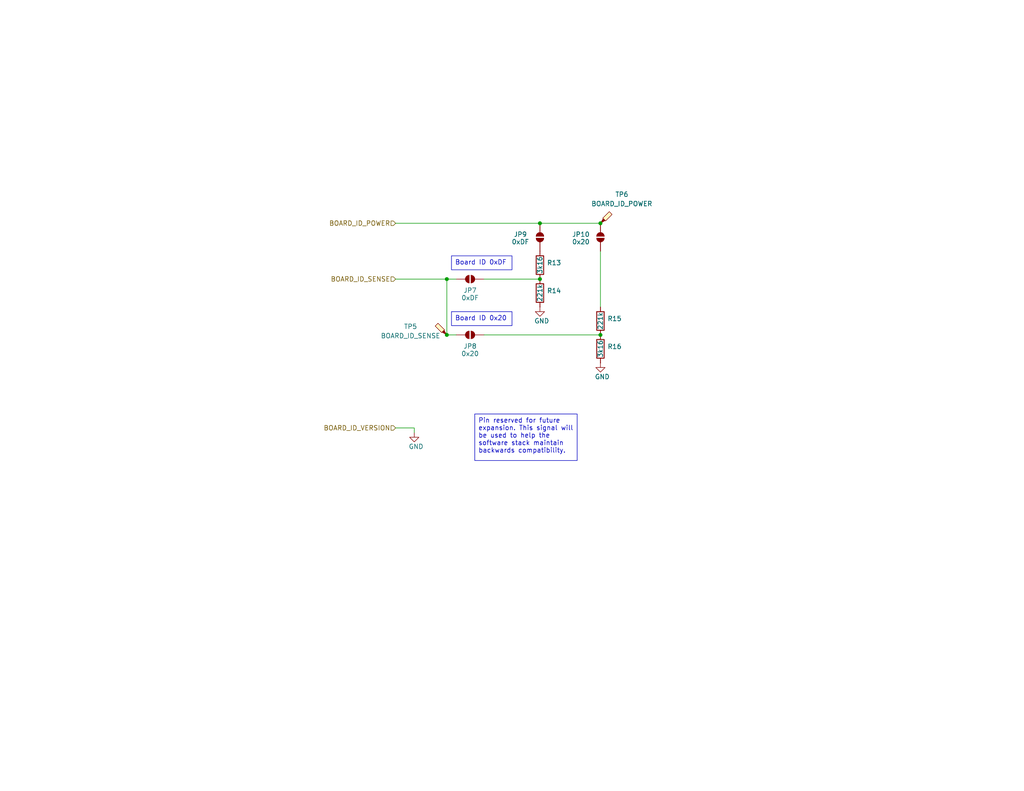
<source format=kicad_sch>
(kicad_sch (version 20231120) (generator "eeschema") (generator_version "8.0")
  (paper "USLetter")
  (lib_symbols
    (symbol "Connector:TestPoint_Probe" (pin_numbers hide) (pin_names (offset 0.762) hide)
      (property "Reference" "TP" (at 1.651 5.842 0))
      (property "Value" "TestPoint_Probe" (at 1.651 4.064 0))
      (symbol "TestPoint_Probe_0_1"
        (polyline (pts (xy 1.27 0.762) (xy 0 0) (xy 0.762 1.27) (xy 1.27 0.762)) (fill (type outline)))
        (polyline (pts (xy 1.397 0.635) (xy 0.635 1.397) (xy 2.413 3.175) (xy 3.175 2.413) (xy 1.397 0.635)) (fill (type background)))
      )
      (symbol "TestPoint_Probe_1_1"
        (pin passive line (at 0 0 90) (length 0) (name "1") (number "1"))
      )
    )
    (symbol "Device:R" (pin_numbers hide) (pin_names (offset 0))
      (property "Reference" "R" (at 2.032 0 90))
      (property "Value" "R" (at 0 0 90))
      (symbol "R_0_1"
        (rectangle (start -1.016 -2.54) (end 1.016 2.54) (stroke (width 0.254)))
      )
      (symbol "R_1_1"
        (pin passive line (at 0 3.81 270) (length 1.27) (name "~") (number "1"))
        (pin passive line (at 0 -3.81 90) (length 1.27) (name "~") (number "2"))
      )
    )
    (symbol "Jumper:SolderJumper_2_Open" (pin_numbers hide) (pin_names (offset 0) hide) (exclude_from_sim yes) (in_bom no)
      (property "Reference" "JP" (at 0 2.032 0))
      (property "Value" "SolderJumper_2_Open" (at 0 -2.54 0))
      (symbol "SolderJumper_2_Open_0_1"
        (arc (start -0.254 1.016) (mid -1.2656 0) (end -0.254 -1.016))
        (arc (start -0.254 1.016) (mid -1.2656 0) (end -0.254 -1.016) (fill (type outline)))
        (polyline (pts (xy -0.254 1.016) (xy -0.254 -1.016)))
        (polyline (pts (xy 0.254 1.016) (xy 0.254 -1.016)))
        (arc (start 0.254 -1.016) (mid 1.2656 0) (end 0.254 1.016))
        (arc (start 0.254 -1.016) (mid 1.2656 0) (end 0.254 1.016) (fill (type outline)))
      )
      (symbol "SolderJumper_2_Open_1_1"
        (pin passive line (at -3.81 0 0) (length 2.54) (name "A") (number "1"))
        (pin passive line (at 3.81 0 180) (length 2.54) (name "B") (number "2"))
      )
    )
    (symbol "power:GND" (power) (pin_numbers hide) (pin_names (offset 0) hide)
      (property "Value" "GND" (at 0 -3.81 0))
      (symbol "GND_0_1"
        (polyline (pts (xy 0 0) (xy 0 -1.27) (xy 1.27 -1.27) (xy 0 -2.54) (xy -1.27 -1.27) (xy 0 -1.27)))
      )
      (symbol "GND_1_1"
        (pin power_in line (at 0 0 270) (length 0) (name "~") (number "1"))
      )
    )
  )
  (junction (at 163.83 91.44))
  (junction (at 147.32 60.96))
  (junction (at 147.32 76.2))
  (junction (at 121.92 76.2))
  (junction (at 163.83 60.96))
  (junction (at 121.92 91.44))
  (wire (pts (xy 107.95 116.84) (xy 113.03 116.84)))
  (wire (pts (xy 147.32 60.96) (xy 163.83 60.96)))
  (wire (pts (xy 132.08 91.44) (xy 163.83 91.44)))
  (wire (pts (xy 121.92 76.2) (xy 121.92 91.44)))
  (wire (pts (xy 121.92 91.44) (xy 124.46 91.44)))
  (wire (pts (xy 121.92 76.2) (xy 124.46 76.2)))
  (wire (pts (xy 107.95 60.96) (xy 147.32 60.96)))
  (wire (pts (xy 113.03 116.84) (xy 113.03 118.11)))
  (wire (pts (xy 163.83 68.58) (xy 163.83 83.82)))
  (wire (pts (xy 132.08 76.2) (xy 147.32 76.2)))
  (wire (pts (xy 107.95 76.2) (xy 121.92 76.2)))
  (text_box "Board ID 0xDF" (at 123.19 69.85 0) (size 16.51 3.81) (effects (font (size 1.27 1.27)) (justify left top)))
  (text_box "Board ID 0x20" (at 123.19 85.09 0) (size 16.51 3.81) (effects (font (size 1.27 1.27)) (justify left top)))
  (text_box "Pin reserved for future expansion. This signal will be used to help the software stack maintain backwards compatibility." (at 129.54 113.03 0) (size 27.94 12.7) (effects (font (size 1.27 1.27)) (justify left top)))
  (hierarchical_label "BOARD_ID_VERSION" (shape input) (at 107.95 116.84 180))
  (hierarchical_label "BOARD_ID_POWER" (shape input) (at 107.95 60.96 180))
  (hierarchical_label "BOARD_ID_SENSE" (shape input) (at 107.95 76.2 180))
  (symbol (lib_id "power:GND") (at 147.32 83.82 0) (mirror y) (unit 1)
    (property "Reference" "#PWR20" (effects (hide yes)))
    (property "Value" "GND" (at 149.86 87.63 0) (effects (justify left)))
    (property "Description" "Power symbol creates a global label with name \"GND\" , ground" (effects (hide yes)))
  )
  (symbol (lib_id "Device:R") (at 163.83 95.25 0) (mirror y) (unit 1)
    (property "Reference" "R16" (at 165.735 94.615 0) (effects (justify right)))
    (property "Value" "3k16" (at 163.83 95.25 90))
    (property "Footprint" "footprints:Nondescript_R_0402_1005Metric" (effects (hide yes)))
    (property "Description" "Resistor" (effects (hide yes)))
    (property "Manufacturer" "UNI-ROYAL(Uniroyal Elec)" (effects (hide yes)))
    (property "Basic or Extended Component" "Basic" (effects (hide yes)))
  )
  (symbol (lib_id "Device:R") (at 163.83 87.63 0) (mirror y) (unit 1)
    (property "Reference" "R15" (at 165.735 86.995 0) (effects (justify right)))
    (property "Value" "221k" (at 163.83 87.63 90))
    (property "Footprint" "footprints:Nondescript_R_0402_1005Metric" (effects (hide yes)))
    (property "Description" "Resistor" (effects (hide yes)))
    (property "Manufacturer" "UNI-ROYAL(Uniroyal Elec)" (effects (hide yes)))
    (property "Basic or Extended Component" "Basic" (effects (hide yes)))
  )
  (symbol (lib_id "Jumper:SolderJumper_2_Open") (at 163.83 64.77 270) (unit 1) (exclude_from_sim yes) (in_bom no)
    (property "Reference" "JP10" (at 158.496 64.008 90))
    (property "Value" "0x20" (at 158.496 66.04 90))
    (property "Footprint" "Jumper:SolderJumper-2_P1.3mm_Open_RoundedPad1.0x1.5mm" (effects (hide yes)))
    (property "Description" "Solder Jumper, 2-pole, open" (effects (hide yes)))
    (property "Active" "Y" (effects (hide yes)))
    (property "MPN" "NA" (effects (hide yes)))
  )
  (symbol (lib_id "power:GND") (at 113.03 118.11 0) (mirror y) (unit 1)
    (property "Reference" "#PWR19" (effects (hide yes)))
    (property "Value" "GND" (at 115.57 121.92 0) (effects (justify left)))
  )
  (symbol (lib_id "Jumper:SolderJumper_2_Open") (at 128.27 76.2 0) (unit 1) (exclude_from_sim yes) (in_bom no)
    (property "Reference" "JP7" (at 128.27 80.01 0) (effects (justify bottom)))
    (property "Value" "0xDF" (at 128.27 82.042 0) (effects (justify bottom)))
    (property "Footprint" "Jumper:SolderJumper-2_P1.3mm_Open_RoundedPad1.0x1.5mm" (effects (hide yes)))
    (property "Description" "Solder Jumper, 2-pole, open" (effects (hide yes)))
    (property "Active" "Y" (effects (hide yes)))
    (property "MPN" "NA" (effects (hide yes)))
  )
  (symbol (lib_id "power:GND") (at 163.83 99.06 0) (mirror y) (unit 1)
    (property "Reference" "#PWR21" (effects (hide yes)))
    (property "Value" "GND" (at 166.37 102.87 0) (effects (justify left)))
    (property "Description" "Power symbol creates a global label with name \"GND\" , ground" (effects (hide yes)))
  )
  (symbol (lib_id "Connector:TestPoint_Probe") (at 163.83 60.96 0) (unit 1) (in_bom no)
    (property "Reference" "TP6" (at 169.672 53.086 0))
    (property "Value" "BOARD_ID_POWER" (at 169.672 55.626 0))
    (property "Footprint" "footprints:TestPoint_Pad_D1.5mm" (effects (hide yes)))
    (property "Description" "test point (alternative probe-style design)" (effects (hide yes)))
    (property "Active" "Y" (effects (hide yes)))
    (property "MPN" "NA" (effects (hide yes)))
  )
  (symbol (lib_id "Jumper:SolderJumper_2_Open") (at 128.27 91.44 0) (unit 1) (exclude_from_sim yes) (in_bom no)
    (property "Reference" "JP8" (at 128.27 95.25 0) (effects (justify bottom)))
    (property "Value" "0x20" (at 128.27 97.282 0) (effects (justify bottom)))
    (property "Footprint" "Jumper:SolderJumper-2_P1.3mm_Open_RoundedPad1.0x1.5mm" (effects (hide yes)))
    (property "Description" "Solder Jumper, 2-pole, open" (effects (hide yes)))
    (property "Active" "Y" (effects (hide yes)))
    (property "MPN" "NA" (effects (hide yes)))
  )
  (symbol (lib_id "Connector:TestPoint_Probe") (at 121.92 91.44 90) (unit 1) (in_bom no)
    (property "Reference" "TP5" (at 112.014 89.154 90))
    (property "Value" "BOARD_ID_SENSE" (at 112.014 91.694 90))
    (property "Footprint" "footprints:TestPoint_Pad_D1.5mm" (effects (hide yes)))
    (property "Description" "test point (alternative probe-style design)" (effects (hide yes)))
    (property "Active" "Y" (effects (hide yes)))
    (property "MPN" "NA" (effects (hide yes)))
  )
  (symbol (lib_id "Device:R") (at 147.32 80.01 0) (mirror y) (unit 1)
    (property "Reference" "R14" (at 149.225 79.375 0) (effects (justify right)))
    (property "Value" "221k" (at 147.32 80.01 90))
    (property "Footprint" "footprints:Nondescript_R_0402_1005Metric" (effects (hide yes)))
    (property "Description" "Resistor" (effects (hide yes)))
    (property "Manufacturer" "UNI-ROYAL(Uniroyal Elec)" (effects (hide yes)))
    (property "Basic or Extended Component" "Basic" (effects (hide yes)))
  )
  (symbol (lib_id "Device:R") (at 147.32 72.39 0) (mirror y) (unit 1)
    (property "Reference" "R13" (at 149.225 71.755 0) (effects (justify right)))
    (property "Value" "3k16" (at 147.32 72.39 90))
    (property "Footprint" "footprints:Nondescript_R_0402_1005Metric" (effects (hide yes)))
    (property "Description" "Resistor" (effects (hide yes)))
    (property "Manufacturer" "UNI-ROYAL(Uniroyal Elec)" (effects (hide yes)))
    (property "Basic or Extended Component" "Basic" (effects (hide yes)))
  )
  (symbol (lib_id "Jumper:SolderJumper_2_Open") (at 147.32 64.77 270) (unit 1) (exclude_from_sim yes) (in_bom no)
    (property "Reference" "JP9" (at 141.986 64.008 90))
    (property "Value" "0xDF" (at 141.986 66.04 90))
    (property "Footprint" "Jumper:SolderJumper-2_P1.3mm_Open_RoundedPad1.0x1.5mm" (effects (hide yes)))
    (property "Description" "Solder Jumper, 2-pole, open" (effects (hide yes)))
    (property "Active" "Y" (effects (hide yes)))
    (property "MPN" "NA" (effects (hide yes)))
  )
)
</source>
